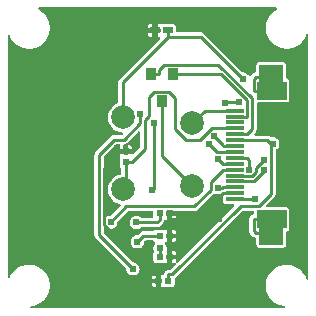
<source format=gbl>
G04 Layer: BottomLayer*
G04 EasyEDA v6.5.46, 2025-07-23 17:24:06*
G04 74a4e304ba1b453b8bde7bcb9ef7a0d0,7be8f16a26344db1bf46185b0a727cd7,10*
G04 Gerber Generator version 0.2*
G04 Scale: 100 percent, Rotated: No, Reflected: No *
G04 Dimensions in millimeters *
G04 leading zeros omitted , absolute positions ,4 integer and 5 decimal *
%FSLAX45Y45*%
%MOMM*%

%AMMACRO1*21,1,$1,$2,0,0,$3*%
%ADD10C,0.2540*%
%ADD11R,2.0000X2.0000*%
%ADD12MACRO1,1X0.8X-90.0000*%
%ADD13MACRO1,0.54X0.7901X-90.0000*%
%ADD14MACRO1,0.54X0.5656X-90.0000*%
%ADD15MACRO1,0.54X0.5656X90.0000*%
%ADD16R,0.5400X0.5657*%
%ADD17MACRO1,0.54X0.5656X0.0000*%
%ADD18MACRO1,0.35X1.5X-90.0000*%
%ADD19MACRO1,1.5X2.5X-90.0000*%
%ADD20C,2.0000*%
%ADD21C,0.6100*%
%ADD22C,0.0119*%

%LPD*%
G36*
X1222197Y5075174D02*
G01*
X1217879Y5076139D01*
X1214424Y5078831D01*
X1212392Y5082743D01*
X1212189Y5087162D01*
X1213916Y5091226D01*
X1217218Y5094173D01*
X1222603Y5095544D01*
X1240383Y5098796D01*
X1257808Y5103876D01*
X1274572Y5110683D01*
X1290523Y5119217D01*
X1305560Y5129326D01*
X1319479Y5140909D01*
X1332128Y5153863D01*
X1343355Y5168087D01*
X1353058Y5183378D01*
X1361186Y5199532D01*
X1367536Y5216499D01*
X1372158Y5234025D01*
X1374952Y5251907D01*
X1375867Y5269992D01*
X1374952Y5288076D01*
X1372158Y5305958D01*
X1367536Y5323484D01*
X1361186Y5340451D01*
X1353058Y5356606D01*
X1343355Y5371896D01*
X1332128Y5386120D01*
X1319479Y5399074D01*
X1305560Y5410657D01*
X1290523Y5420766D01*
X1274572Y5429300D01*
X1257808Y5436108D01*
X1240383Y5441188D01*
X1222603Y5444439D01*
X1204518Y5445810D01*
X1186434Y5445353D01*
X1168450Y5443016D01*
X1150823Y5438902D01*
X1133754Y5432907D01*
X1117346Y5425236D01*
X1101801Y5415940D01*
X1087323Y5405069D01*
X1074013Y5392775D01*
X1062075Y5379161D01*
X1051560Y5364378D01*
X1042669Y5348630D01*
X1037488Y5336844D01*
X1035253Y5333593D01*
X1031951Y5331460D01*
X1028090Y5330748D01*
X1024229Y5331561D01*
X1020978Y5333746D01*
X1018794Y5337048D01*
X1018032Y5340908D01*
X1018032Y7379055D01*
X1018794Y7382916D01*
X1020978Y7386218D01*
X1024229Y7388402D01*
X1028090Y7389215D01*
X1031951Y7388504D01*
X1035253Y7386370D01*
X1037488Y7383119D01*
X1042669Y7371334D01*
X1051560Y7355586D01*
X1062075Y7340803D01*
X1074013Y7327188D01*
X1087323Y7314895D01*
X1101801Y7304024D01*
X1117346Y7294727D01*
X1133754Y7287056D01*
X1150823Y7281062D01*
X1168450Y7276947D01*
X1186434Y7274610D01*
X1204518Y7274153D01*
X1222603Y7275525D01*
X1240383Y7278776D01*
X1257808Y7283856D01*
X1274572Y7290663D01*
X1290523Y7299198D01*
X1305560Y7309307D01*
X1319479Y7320889D01*
X1332128Y7333843D01*
X1343355Y7348067D01*
X1353058Y7363358D01*
X1361186Y7379512D01*
X1367536Y7396480D01*
X1372158Y7414006D01*
X1374952Y7431887D01*
X1375867Y7449972D01*
X1374952Y7468057D01*
X1372158Y7485938D01*
X1367536Y7503464D01*
X1361186Y7520431D01*
X1353058Y7536586D01*
X1343355Y7551877D01*
X1332128Y7566101D01*
X1319479Y7579055D01*
X1305560Y7590637D01*
X1290523Y7600746D01*
X1283665Y7604404D01*
X1280312Y7607350D01*
X1278483Y7611414D01*
X1278585Y7615834D01*
X1280617Y7619847D01*
X1284122Y7622590D01*
X1288440Y7623556D01*
X3291179Y7623556D01*
X3295446Y7622641D01*
X3298951Y7619949D01*
X3300984Y7616088D01*
X3301237Y7611770D01*
X3299612Y7607706D01*
X3296412Y7604709D01*
X3281832Y7595920D01*
X3267303Y7585049D01*
X3254044Y7572756D01*
X3242056Y7559141D01*
X3231591Y7544358D01*
X3222650Y7528610D01*
X3215436Y7511999D01*
X3209899Y7494778D01*
X3206191Y7477048D01*
X3204362Y7459014D01*
X3204362Y7440930D01*
X3206191Y7422896D01*
X3209899Y7405166D01*
X3215436Y7387945D01*
X3222650Y7371334D01*
X3231591Y7355586D01*
X3242056Y7340803D01*
X3254044Y7327188D01*
X3267303Y7314895D01*
X3281832Y7304024D01*
X3297326Y7294727D01*
X3313734Y7287056D01*
X3330854Y7281062D01*
X3348482Y7276947D01*
X3366414Y7274610D01*
X3384550Y7274153D01*
X3402584Y7275525D01*
X3420414Y7278776D01*
X3437788Y7283856D01*
X3454552Y7290663D01*
X3470554Y7299198D01*
X3485591Y7309307D01*
X3499459Y7320889D01*
X3512108Y7333843D01*
X3523386Y7348067D01*
X3533089Y7363358D01*
X3541166Y7379512D01*
X3546500Y7393635D01*
X3548634Y7397038D01*
X3551885Y7399324D01*
X3555796Y7400188D01*
X3559759Y7399477D01*
X3563112Y7397292D01*
X3565347Y7393990D01*
X3566160Y7390028D01*
X3566160Y5329936D01*
X3565347Y5325973D01*
X3563112Y5322671D01*
X3559759Y5320487D01*
X3555796Y5319776D01*
X3551885Y5320639D01*
X3548634Y5322925D01*
X3546500Y5326329D01*
X3541166Y5340451D01*
X3533089Y5356606D01*
X3523386Y5371896D01*
X3512108Y5386120D01*
X3499459Y5399074D01*
X3485591Y5410657D01*
X3470554Y5420766D01*
X3454552Y5429300D01*
X3437788Y5436108D01*
X3420414Y5441188D01*
X3402584Y5444439D01*
X3384550Y5445810D01*
X3366414Y5445353D01*
X3348482Y5443016D01*
X3330854Y5438902D01*
X3313734Y5432907D01*
X3297326Y5425236D01*
X3281832Y5415940D01*
X3267303Y5405069D01*
X3254044Y5392775D01*
X3242056Y5379161D01*
X3231591Y5364378D01*
X3222650Y5348630D01*
X3215436Y5332018D01*
X3209899Y5314797D01*
X3206191Y5297068D01*
X3204362Y5279034D01*
X3204362Y5260949D01*
X3206191Y5242915D01*
X3209899Y5225186D01*
X3215436Y5207965D01*
X3222650Y5191353D01*
X3231591Y5175605D01*
X3242056Y5160822D01*
X3254044Y5147208D01*
X3267303Y5134914D01*
X3281832Y5124043D01*
X3297326Y5114747D01*
X3313734Y5107076D01*
X3330854Y5101082D01*
X3348482Y5096967D01*
X3360369Y5095392D01*
X3364433Y5093970D01*
X3367532Y5090922D01*
X3369106Y5086858D01*
X3368801Y5082540D01*
X3366770Y5078730D01*
X3363264Y5076088D01*
X3359048Y5075174D01*
G37*

%LPC*%
G36*
X2265781Y5255666D02*
G01*
X2273046Y5255666D01*
X2273046Y5288737D01*
X2239314Y5288737D01*
X2239314Y5282184D01*
X2240026Y5275834D01*
X2241956Y5270398D01*
X2245055Y5265470D01*
X2249119Y5261406D01*
X2254046Y5258308D01*
X2259482Y5256428D01*
G37*
G36*
X2313990Y5255666D02*
G01*
X2321255Y5255666D01*
X2327554Y5256428D01*
X2333447Y5258460D01*
X2336800Y5259019D01*
X2340152Y5258460D01*
X2346045Y5256428D01*
X2352344Y5255666D01*
X2407818Y5255666D01*
X2414117Y5256428D01*
X2419553Y5258308D01*
X2424480Y5261406D01*
X2428544Y5265470D01*
X2431643Y5270398D01*
X2433574Y5275834D01*
X2434285Y5282184D01*
X2434285Y5325414D01*
X2435250Y5329732D01*
X2437993Y5333288D01*
X2442108Y5336641D01*
X3005582Y5900115D01*
X3008884Y5902299D01*
X3012744Y5903061D01*
X3092754Y5903061D01*
X3096615Y5902299D01*
X3099917Y5900115D01*
X3102102Y5896813D01*
X3102914Y5892901D01*
X3102914Y5878372D01*
X3102203Y5874715D01*
X3100273Y5871565D01*
X3097276Y5869330D01*
X3086049Y5866028D01*
X3079343Y5862472D01*
X3073501Y5857697D01*
X3068726Y5851855D01*
X3065170Y5845149D01*
X3062986Y5837936D01*
X3062173Y5829909D01*
X3062173Y5732881D01*
X3062986Y5724855D01*
X3065170Y5717590D01*
X3068726Y5710936D01*
X3073857Y5704738D01*
X3090519Y5688025D01*
X3096717Y5682945D01*
X3103422Y5679389D01*
X3110636Y5677154D01*
X3116122Y5676646D01*
X3119678Y5675579D01*
X3122676Y5673344D01*
X3124606Y5670194D01*
X3125266Y5666536D01*
X3125266Y5615584D01*
X3126028Y5609234D01*
X3127908Y5603798D01*
X3131007Y5598871D01*
X3135071Y5594807D01*
X3139998Y5591708D01*
X3145434Y5589828D01*
X3151784Y5589066D01*
X3350615Y5589066D01*
X3356965Y5589828D01*
X3362401Y5591708D01*
X3367328Y5594807D01*
X3371392Y5598871D01*
X3374491Y5603798D01*
X3376371Y5609234D01*
X3377133Y5615584D01*
X3377133Y5720384D01*
X3377946Y5724448D01*
X3380333Y5727852D01*
X3383889Y5729986D01*
X3390036Y5732119D01*
X3394913Y5735218D01*
X3399028Y5739282D01*
X3402076Y5744210D01*
X3404006Y5749645D01*
X3404717Y5755995D01*
X3404717Y5904839D01*
X3404006Y5911138D01*
X3402076Y5916625D01*
X3399028Y5921502D01*
X3394913Y5925616D01*
X3390036Y5928715D01*
X3384550Y5930595D01*
X3378250Y5931306D01*
X3214319Y5931306D01*
X3210407Y5932068D01*
X3207156Y5934303D01*
X3204921Y5937605D01*
X3204159Y5941466D01*
X3204921Y5945378D01*
X3207156Y5948680D01*
X3275888Y6017412D01*
X3281019Y6023660D01*
X3284575Y6030315D01*
X3286760Y6037529D01*
X3287572Y6045555D01*
X3287572Y6413195D01*
X3288080Y6416395D01*
X3289554Y6419240D01*
X3291890Y6421526D01*
X3300120Y6427266D01*
X3307079Y6434226D01*
X3312718Y6442303D01*
X3316884Y6451193D01*
X3319424Y6460693D01*
X3320287Y6470446D01*
X3319424Y6480251D01*
X3316884Y6489750D01*
X3312718Y6498640D01*
X3307079Y6506718D01*
X3300120Y6513626D01*
X3292094Y6519265D01*
X3283204Y6523431D01*
X3273704Y6525971D01*
X3263900Y6526834D01*
X3253232Y6525920D01*
X3249422Y6526276D01*
X3246069Y6528054D01*
X3240532Y6532422D01*
X3233775Y6536029D01*
X3226562Y6538214D01*
X3218535Y6538976D01*
X3114700Y6538976D01*
X3110839Y6539788D01*
X3107537Y6541973D01*
X3105302Y6545275D01*
X3104540Y6549135D01*
X3105302Y6553047D01*
X3107537Y6556349D01*
X3114852Y6563664D01*
X3119932Y6569862D01*
X3123488Y6576517D01*
X3125724Y6583781D01*
X3126486Y6591808D01*
X3126486Y6809333D01*
X3127248Y6813245D01*
X3129483Y6816496D01*
X3132785Y6818731D01*
X3136646Y6819493D01*
X3378200Y6819493D01*
X3384550Y6820204D01*
X3389985Y6822135D01*
X3394913Y6825183D01*
X3398977Y6829298D01*
X3402076Y6834174D01*
X3404006Y6839661D01*
X3404717Y6845960D01*
X3404717Y6994855D01*
X3404006Y7001154D01*
X3402076Y7006640D01*
X3398977Y7011517D01*
X3394913Y7015632D01*
X3389985Y7018680D01*
X3383889Y7020814D01*
X3380333Y7022947D01*
X3377946Y7026351D01*
X3377133Y7030415D01*
X3377133Y7135215D01*
X3376371Y7141565D01*
X3374491Y7147001D01*
X3371392Y7151928D01*
X3367328Y7155992D01*
X3362401Y7159091D01*
X3356965Y7160971D01*
X3350615Y7161682D01*
X3151784Y7161682D01*
X3145434Y7160971D01*
X3139998Y7159091D01*
X3135071Y7155992D01*
X3131007Y7151928D01*
X3127908Y7147001D01*
X3126028Y7141565D01*
X3125266Y7135215D01*
X3125266Y7084263D01*
X3124606Y7080605D01*
X3122676Y7077456D01*
X3119678Y7075170D01*
X3116122Y7074153D01*
X3110636Y7073595D01*
X3103422Y7071410D01*
X3096717Y7067854D01*
X3090519Y7062724D01*
X3074365Y7046569D01*
X3070656Y7044232D01*
X3066288Y7043674D01*
X3062071Y7044994D01*
X3058820Y7047941D01*
X3054502Y7054189D01*
X3047542Y7061098D01*
X3039465Y7066737D01*
X3030575Y7070902D01*
X3021076Y7073442D01*
X3013049Y7074153D01*
X3009646Y7075068D01*
X3006750Y7077100D01*
X2682392Y7401407D01*
X2676194Y7406538D01*
X2669540Y7410094D01*
X2662275Y7412278D01*
X2654249Y7413091D01*
X2454198Y7413091D01*
X2450287Y7413853D01*
X2446985Y7416088D01*
X2444800Y7419340D01*
X2444038Y7423251D01*
X2444038Y7455916D01*
X2443327Y7462266D01*
X2441397Y7467701D01*
X2438298Y7472629D01*
X2434234Y7476693D01*
X2429306Y7479792D01*
X2423871Y7481671D01*
X2417521Y7482382D01*
X2339695Y7482382D01*
X2333345Y7481671D01*
X2327452Y7479639D01*
X2324100Y7479080D01*
X2320747Y7479639D01*
X2314854Y7481671D01*
X2308504Y7482382D01*
X2295702Y7482382D01*
X2295702Y7449362D01*
X2303018Y7449362D01*
X2306929Y7448600D01*
X2310231Y7446365D01*
X2312416Y7443063D01*
X2313178Y7439202D01*
X2313178Y7419797D01*
X2312416Y7415936D01*
X2310231Y7412634D01*
X2306929Y7410399D01*
X2303018Y7409637D01*
X2295702Y7409637D01*
X2295702Y7376566D01*
X2301595Y7376566D01*
X2305456Y7375804D01*
X2308758Y7373620D01*
X2310993Y7370318D01*
X2311755Y7366406D01*
X2310993Y7362545D01*
X2308758Y7359243D01*
X1966975Y7017410D01*
X1961845Y7011212D01*
X1958289Y7004507D01*
X1956104Y6997293D01*
X1955292Y6989267D01*
X1955292Y6819900D01*
X1954580Y6816090D01*
X1952447Y6812838D01*
X1949297Y6810603D01*
X1935378Y6804355D01*
X1922373Y6796481D01*
X1910435Y6787134D01*
X1899666Y6776364D01*
X1890318Y6764426D01*
X1882444Y6751421D01*
X1876196Y6737553D01*
X1871675Y6723024D01*
X1868932Y6708089D01*
X1868017Y6692900D01*
X1868932Y6677710D01*
X1871675Y6662775D01*
X1876196Y6648246D01*
X1882444Y6634378D01*
X1890318Y6621373D01*
X1899666Y6609435D01*
X1910435Y6598666D01*
X1922373Y6589318D01*
X1935378Y6581444D01*
X1949246Y6575196D01*
X1963775Y6570675D01*
X1978710Y6567931D01*
X1985518Y6567525D01*
X1989226Y6566560D01*
X1992375Y6564274D01*
X1994407Y6560972D01*
X1995068Y6557162D01*
X1994255Y6553403D01*
X1992071Y6550202D01*
X1988159Y6546291D01*
X1984857Y6544056D01*
X1980946Y6543294D01*
X1918919Y6543294D01*
X1910892Y6542481D01*
X1903679Y6540296D01*
X1896973Y6536740D01*
X1890775Y6531609D01*
X1765300Y6406184D01*
X1760169Y6399936D01*
X1756613Y6393281D01*
X1754428Y6386068D01*
X1753666Y6378041D01*
X1753666Y5698083D01*
X1754428Y5690057D01*
X1756613Y5682843D01*
X1760169Y5676188D01*
X1765300Y5669940D01*
X2019909Y5415330D01*
X2021941Y5412435D01*
X2022856Y5409031D01*
X2023567Y5401005D01*
X2026107Y5391505D01*
X2030272Y5382615D01*
X2035911Y5374538D01*
X2042820Y5367578D01*
X2050897Y5361940D01*
X2059787Y5357825D01*
X2069287Y5355285D01*
X2079091Y5354421D01*
X2088845Y5355285D01*
X2098344Y5357825D01*
X2107234Y5361940D01*
X2115312Y5367578D01*
X2122271Y5374538D01*
X2127910Y5382615D01*
X2132025Y5391505D01*
X2134565Y5401005D01*
X2135428Y5410758D01*
X2134565Y5420563D01*
X2132025Y5430062D01*
X2127910Y5438952D01*
X2122271Y5447030D01*
X2115312Y5453938D01*
X2107234Y5459577D01*
X2098344Y5463743D01*
X2088845Y5466283D01*
X2080818Y5466994D01*
X2077415Y5467908D01*
X2074519Y5469940D01*
X1833829Y5710631D01*
X1831644Y5713933D01*
X1830882Y5717794D01*
X1830882Y5762752D01*
X1831644Y5766612D01*
X1833829Y5769914D01*
X1837131Y5772150D01*
X1841042Y5772912D01*
X1844903Y5772150D01*
X1848205Y5769914D01*
X1855571Y5762548D01*
X1863648Y5756910D01*
X1872538Y5752744D01*
X1882038Y5750204D01*
X1891842Y5749340D01*
X1901596Y5750204D01*
X1911096Y5752744D01*
X1919986Y5756910D01*
X1928063Y5762548D01*
X1935022Y5769508D01*
X1940661Y5777534D01*
X1944776Y5786424D01*
X1947316Y5795924D01*
X1948027Y5804001D01*
X1948942Y5807405D01*
X1950974Y5810300D01*
X2038248Y5897575D01*
X2041550Y5899759D01*
X2045462Y5900521D01*
X2241854Y5900521D01*
X2245766Y5899759D01*
X2249068Y5897575D01*
X2251252Y5894273D01*
X2252014Y5890361D01*
X2252014Y5853633D01*
X2251557Y5849467D01*
X2249424Y5845860D01*
X2246020Y5843422D01*
X2241905Y5842508D01*
X2154123Y5842508D01*
X2150211Y5843320D01*
X2146909Y5845505D01*
X2145334Y5847080D01*
X2137257Y5852718D01*
X2128367Y5856884D01*
X2118868Y5859424D01*
X2109114Y5860288D01*
X2099310Y5859424D01*
X2089810Y5856884D01*
X2080920Y5852718D01*
X2072843Y5847080D01*
X2065934Y5840171D01*
X2060295Y5832094D01*
X2056130Y5823204D01*
X2053589Y5813704D01*
X2052726Y5803900D01*
X2053589Y5794146D01*
X2056130Y5784646D01*
X2060295Y5775756D01*
X2065934Y5767679D01*
X2072843Y5760720D01*
X2080920Y5755081D01*
X2089810Y5750966D01*
X2099310Y5748426D01*
X2109114Y5747562D01*
X2118868Y5748426D01*
X2128367Y5750966D01*
X2137257Y5755081D01*
X2145334Y5760720D01*
X2146909Y5762345D01*
X2150211Y5764530D01*
X2154123Y5765292D01*
X2284577Y5765292D01*
X2292604Y5766104D01*
X2299817Y5768289D01*
X2306472Y5771845D01*
X2312720Y5776976D01*
X2333193Y5797448D01*
X2338273Y5803646D01*
X2341829Y5810300D01*
X2344064Y5817565D01*
X2344267Y5819648D01*
X2345232Y5823204D01*
X2347417Y5826099D01*
X2350516Y5828080D01*
X2354122Y5828842D01*
X2358745Y5827928D01*
X2365044Y5827166D01*
X2372309Y5827166D01*
X2372309Y5860237D01*
X2370582Y5860237D01*
X2366670Y5860999D01*
X2363368Y5863234D01*
X2361184Y5866536D01*
X2360422Y5870397D01*
X2360422Y5889802D01*
X2361184Y5893663D01*
X2363368Y5896965D01*
X2366670Y5899200D01*
X2370582Y5899962D01*
X2379014Y5899962D01*
X2382469Y5900521D01*
X2403094Y5900521D01*
X2406548Y5899962D01*
X2453690Y5899962D01*
X2457145Y5900521D01*
X2600096Y5900521D01*
X2608122Y5901334D01*
X2615336Y5903518D01*
X2621991Y5907074D01*
X2628239Y5912205D01*
X2761335Y6045352D01*
X2764790Y6047587D01*
X2768854Y6048298D01*
X2772816Y6047333D01*
X2779826Y6044082D01*
X2789326Y6041542D01*
X2799130Y6040678D01*
X2808884Y6041542D01*
X2818333Y6044082D01*
X2828391Y6048806D01*
X2831795Y6049670D01*
X2834081Y6052870D01*
X2837942Y6056477D01*
X2840685Y6058306D01*
X2845003Y6059220D01*
X2849422Y6060592D01*
X2853791Y6060948D01*
X2858617Y6058966D01*
X2861513Y6056122D01*
X2863088Y6052413D01*
X2863088Y6048349D01*
X2861513Y6044590D01*
X2858566Y6041796D01*
X2849422Y6036005D01*
X2845663Y6035294D01*
X2842869Y6035294D01*
X2842869Y6033465D01*
X2843682Y6026556D01*
X2843682Y6024270D01*
X2842869Y6017310D01*
X2842869Y5983478D01*
X2843580Y5977128D01*
X2845511Y5971692D01*
X2848610Y5966815D01*
X2852674Y5962700D01*
X2857601Y5959602D01*
X2863037Y5957722D01*
X2869387Y5957011D01*
X2928721Y5957011D01*
X2932633Y5956198D01*
X2935935Y5954014D01*
X2938119Y5950712D01*
X2938881Y5946851D01*
X2938119Y5942939D01*
X2935935Y5939637D01*
X2462123Y5465826D01*
X2458872Y5463641D01*
X2455062Y5462879D01*
X2451252Y5463540D01*
X2447950Y5465622D01*
X2445715Y5468772D01*
X2444750Y5472531D01*
X2445308Y5476392D01*
X2446274Y5479034D01*
X2446985Y5485384D01*
X2446985Y5491937D01*
X2413254Y5491937D01*
X2413254Y5458866D01*
X2420518Y5458866D01*
X2426817Y5459628D01*
X2429510Y5460542D01*
X2433320Y5461101D01*
X2437079Y5460187D01*
X2440228Y5457901D01*
X2442311Y5454599D01*
X2443022Y5450789D01*
X2442210Y5446979D01*
X2440025Y5443778D01*
X2401468Y5405221D01*
X2398166Y5402986D01*
X2394254Y5402224D01*
X2380589Y5402224D01*
X2372563Y5401411D01*
X2365349Y5399227D01*
X2358644Y5395671D01*
X2352802Y5390896D01*
X2348026Y5385054D01*
X2344470Y5378348D01*
X2342286Y5371134D01*
X2342083Y5369001D01*
X2341067Y5365496D01*
X2338882Y5362600D01*
X2335784Y5360619D01*
X2332228Y5359857D01*
X2327554Y5360771D01*
X2321255Y5361482D01*
X2313990Y5361482D01*
X2313990Y5328462D01*
X2315718Y5328462D01*
X2319629Y5327700D01*
X2322931Y5325465D01*
X2325116Y5322163D01*
X2325878Y5318302D01*
X2325878Y5298897D01*
X2325116Y5295036D01*
X2322931Y5291734D01*
X2319629Y5289499D01*
X2315718Y5288737D01*
X2313990Y5288737D01*
G37*
G36*
X2239314Y5328462D02*
G01*
X2273046Y5328462D01*
X2273046Y5361482D01*
X2265781Y5361482D01*
X2259482Y5360771D01*
X2254046Y5358892D01*
X2249119Y5355793D01*
X2245055Y5351729D01*
X2241956Y5346801D01*
X2240026Y5341366D01*
X2239314Y5335016D01*
G37*
G36*
X2278481Y5458866D02*
G01*
X2333955Y5458866D01*
X2340254Y5459628D01*
X2346147Y5461660D01*
X2349500Y5462219D01*
X2352852Y5461660D01*
X2358745Y5459628D01*
X2365044Y5458866D01*
X2372309Y5458866D01*
X2372309Y5491937D01*
X2370582Y5491937D01*
X2366670Y5492699D01*
X2363368Y5494934D01*
X2361184Y5498236D01*
X2360422Y5502097D01*
X2360422Y5521502D01*
X2361184Y5525363D01*
X2363368Y5528665D01*
X2366670Y5530900D01*
X2370582Y5531662D01*
X2372309Y5531662D01*
X2372309Y5564886D01*
X2368804Y5566206D01*
X2366060Y5568696D01*
X2364384Y5572048D01*
X2363978Y5575757D01*
X2364841Y5585155D01*
X2363978Y5594959D01*
X2361438Y5604459D01*
X2357272Y5613349D01*
X2351786Y5621223D01*
X2350211Y5624728D01*
X2350058Y5628589D01*
X2351379Y5632196D01*
X2353919Y5635091D01*
X2357374Y5636818D01*
X2361234Y5637123D01*
X2365044Y5636666D01*
X2372309Y5636666D01*
X2372309Y5669737D01*
X2370582Y5669737D01*
X2366670Y5670499D01*
X2363368Y5672734D01*
X2361184Y5676036D01*
X2360422Y5679897D01*
X2360422Y5699302D01*
X2361184Y5703163D01*
X2363368Y5706465D01*
X2366670Y5708700D01*
X2370582Y5709462D01*
X2372309Y5709462D01*
X2372309Y5742482D01*
X2365044Y5742482D01*
X2358745Y5741771D01*
X2352852Y5739739D01*
X2349500Y5739180D01*
X2346147Y5739739D01*
X2340254Y5741771D01*
X2333955Y5742482D01*
X2278481Y5742482D01*
X2272182Y5741771D01*
X2266746Y5739892D01*
X2261819Y5736793D01*
X2255469Y5730290D01*
X2252522Y5728766D01*
X2249271Y5728208D01*
X2167432Y5728208D01*
X2159406Y5727395D01*
X2152192Y5725210D01*
X2145538Y5721654D01*
X2139289Y5716524D01*
X2121966Y5699201D01*
X2119071Y5697220D01*
X2115667Y5696305D01*
X2107641Y5695594D01*
X2098141Y5693054D01*
X2089251Y5688888D01*
X2081174Y5683250D01*
X2074265Y5676290D01*
X2068626Y5668264D01*
X2064461Y5659323D01*
X2061921Y5649874D01*
X2061057Y5640070D01*
X2061921Y5630265D01*
X2064461Y5620766D01*
X2068626Y5611876D01*
X2074265Y5603849D01*
X2081174Y5596890D01*
X2089251Y5591251D01*
X2098141Y5587085D01*
X2107641Y5584545D01*
X2117445Y5583682D01*
X2127199Y5584545D01*
X2136698Y5587085D01*
X2145588Y5591251D01*
X2153666Y5596890D01*
X2160625Y5603849D01*
X2166264Y5611876D01*
X2170379Y5620766D01*
X2172919Y5630265D01*
X2173630Y5638342D01*
X2174544Y5641746D01*
X2176576Y5644642D01*
X2179980Y5647994D01*
X2183282Y5650230D01*
X2187143Y5650992D01*
X2249271Y5650992D01*
X2252522Y5650433D01*
X2255469Y5648909D01*
X2261819Y5642406D01*
X2266035Y5639765D01*
X2268728Y5637276D01*
X2270353Y5634075D01*
X2270760Y5630468D01*
X2269896Y5626963D01*
X2267813Y5623966D01*
X2265273Y5621426D01*
X2259634Y5613349D01*
X2255469Y5604459D01*
X2252929Y5594959D01*
X2252065Y5585155D01*
X2252929Y5575401D01*
X2255469Y5565902D01*
X2257044Y5562549D01*
X2257958Y5559298D01*
X2257755Y5555945D01*
X2256434Y5552846D01*
X2254656Y5550001D01*
X2252726Y5544566D01*
X2252014Y5538216D01*
X2252014Y5485384D01*
X2252726Y5479034D01*
X2254656Y5473598D01*
X2257755Y5468670D01*
X2261819Y5464606D01*
X2266746Y5461508D01*
X2272182Y5459628D01*
G37*
G36*
X2413254Y5531662D02*
G01*
X2446985Y5531662D01*
X2446985Y5538216D01*
X2446274Y5544566D01*
X2444343Y5550001D01*
X2441244Y5554929D01*
X2437180Y5558993D01*
X2432253Y5562092D01*
X2426817Y5563971D01*
X2420518Y5564682D01*
X2413254Y5564682D01*
G37*
G36*
X2413254Y5636666D02*
G01*
X2420518Y5636666D01*
X2426817Y5637428D01*
X2432253Y5639308D01*
X2437180Y5642406D01*
X2441244Y5646470D01*
X2444343Y5651398D01*
X2446274Y5656834D01*
X2446985Y5663184D01*
X2446985Y5669737D01*
X2413254Y5669737D01*
G37*
G36*
X2413254Y5709462D02*
G01*
X2446985Y5709462D01*
X2446985Y5716016D01*
X2446274Y5722366D01*
X2444343Y5727801D01*
X2441244Y5732729D01*
X2437180Y5736793D01*
X2432253Y5739892D01*
X2426817Y5741771D01*
X2420518Y5742482D01*
X2413254Y5742482D01*
G37*
G36*
X2413254Y5827166D02*
G01*
X2420518Y5827166D01*
X2426817Y5827928D01*
X2432253Y5829808D01*
X2437180Y5832906D01*
X2441244Y5836970D01*
X2444343Y5841898D01*
X2446274Y5847334D01*
X2446985Y5853684D01*
X2446985Y5860237D01*
X2413254Y5860237D01*
G37*
G36*
X2230678Y7376566D02*
G01*
X2243480Y7376566D01*
X2243480Y7409637D01*
X2204161Y7409637D01*
X2204161Y7403084D01*
X2204872Y7396734D01*
X2206802Y7391298D01*
X2209901Y7386370D01*
X2213965Y7382306D01*
X2218893Y7379208D01*
X2224328Y7377328D01*
G37*
G36*
X2204161Y7449362D02*
G01*
X2243480Y7449362D01*
X2243480Y7482382D01*
X2230678Y7482382D01*
X2224328Y7481671D01*
X2218893Y7479792D01*
X2213965Y7476693D01*
X2209901Y7472629D01*
X2206802Y7467701D01*
X2204872Y7462266D01*
X2204161Y7455916D01*
G37*

%LPD*%
G36*
X1841042Y5838545D02*
G01*
X1837131Y5839307D01*
X1833829Y5841542D01*
X1831644Y5844844D01*
X1830882Y5848705D01*
X1830882Y6358331D01*
X1831644Y6362192D01*
X1833829Y6365494D01*
X1931416Y6463080D01*
X1934718Y6465316D01*
X1938629Y6466078D01*
X1963572Y6466078D01*
X1967788Y6465163D01*
X1971243Y6462623D01*
X1973325Y6458813D01*
X1973630Y6454546D01*
X1972157Y6450533D01*
X1969007Y6445453D01*
X1967128Y6440017D01*
X1966417Y6433718D01*
X1966417Y6426454D01*
X1999437Y6426454D01*
X1999437Y6456730D01*
X2000148Y6460388D01*
X2002078Y6463588D01*
X2005025Y6465824D01*
X2015947Y6469075D01*
X2025904Y6474409D01*
X2026564Y6474510D01*
X2028596Y6477508D01*
X2122932Y6571843D01*
X2126234Y6574028D01*
X2130094Y6574790D01*
X2134006Y6574028D01*
X2137257Y6571843D01*
X2139492Y6568541D01*
X2140254Y6564630D01*
X2140254Y6444183D01*
X2139492Y6440271D01*
X2137257Y6436969D01*
X2088743Y6388455D01*
X2085492Y6386271D01*
X2081580Y6385509D01*
X2039162Y6385509D01*
X2039162Y6383782D01*
X2038400Y6379870D01*
X2036165Y6376568D01*
X2032863Y6374384D01*
X2029002Y6373622D01*
X2009597Y6373622D01*
X2005736Y6374384D01*
X2002434Y6376568D01*
X2000199Y6379870D01*
X1999437Y6383782D01*
X1999437Y6385509D01*
X1966417Y6385509D01*
X1966417Y6378244D01*
X1967128Y6371945D01*
X1969160Y6366052D01*
X1969719Y6362700D01*
X1969160Y6359347D01*
X1967128Y6353454D01*
X1966417Y6347155D01*
X1966417Y6291681D01*
X1967128Y6285382D01*
X1969007Y6279946D01*
X1972106Y6275019D01*
X1978609Y6268669D01*
X1980133Y6265722D01*
X1980692Y6262471D01*
X1980692Y6217107D01*
X1980082Y6213652D01*
X1978355Y6210604D01*
X1975662Y6208318D01*
X1972360Y6207099D01*
X1963775Y6205524D01*
X1949246Y6201003D01*
X1935378Y6194755D01*
X1922373Y6186881D01*
X1910435Y6177534D01*
X1899666Y6166764D01*
X1890318Y6154826D01*
X1882444Y6141821D01*
X1876196Y6127953D01*
X1871675Y6113424D01*
X1868932Y6098489D01*
X1868017Y6083300D01*
X1868932Y6068110D01*
X1871675Y6053175D01*
X1876196Y6038646D01*
X1882444Y6024778D01*
X1890318Y6011773D01*
X1899666Y5999835D01*
X1910435Y5989066D01*
X1922373Y5979718D01*
X1935378Y5971844D01*
X1949246Y5965596D01*
X1963775Y5961075D01*
X1969058Y5960110D01*
X1973122Y5958382D01*
X1976069Y5955131D01*
X1977339Y5950966D01*
X1976780Y5946597D01*
X1974392Y5942939D01*
X1896364Y5864860D01*
X1893468Y5862878D01*
X1890064Y5861964D01*
X1882038Y5861253D01*
X1872538Y5858713D01*
X1863648Y5854547D01*
X1855571Y5848908D01*
X1848205Y5841542D01*
X1844903Y5839307D01*
G37*

%LPC*%
G36*
X2039162Y6426454D02*
G01*
X2072182Y6426454D01*
X2072182Y6433718D01*
X2071471Y6440017D01*
X2069592Y6445453D01*
X2066493Y6450380D01*
X2062429Y6454444D01*
X2057501Y6457543D01*
X2052066Y6459474D01*
X2045716Y6460185D01*
X2039162Y6460185D01*
G37*

%LPD*%
D10*
X2943786Y6750403D02*
G01*
X2686408Y6750403D01*
X2578102Y6642097D01*
X2578102Y6108697D02*
G01*
X2324102Y6362697D01*
X2324102Y6831886D01*
X3011299Y7017941D02*
G01*
X2654759Y7374481D01*
X2378610Y7374481D01*
X2378610Y7429497D02*
G01*
X2378610Y7374481D01*
X2378610Y7374481D02*
G01*
X1993902Y6989772D01*
X1993902Y6692897D01*
X2943786Y6000391D02*
G01*
X3111781Y6000391D01*
X2269594Y7429497D02*
G01*
X2269594Y7542375D01*
X2260246Y7551722D01*
X1974395Y6405979D02*
G01*
X1944093Y6436281D01*
X2392784Y5836815D02*
G01*
X2392784Y5689597D01*
X2392784Y5880097D02*
G01*
X2392784Y5836815D01*
X2392784Y5836815D02*
G01*
X2804695Y5836815D01*
X2804695Y5836815D02*
G01*
X2804695Y6014311D01*
X2840789Y6050404D01*
X2943786Y6050404D02*
G01*
X2840789Y6050404D01*
X2293520Y5363613D02*
G01*
X2250975Y5363613D01*
X1833145Y5781443D01*
X1833145Y6264729D01*
X1974395Y6405979D01*
X2019302Y6405979D02*
G01*
X1974395Y6405979D01*
X2293520Y5308597D02*
G01*
X2293520Y5363613D01*
X2392784Y5511797D02*
G01*
X2392784Y5456781D01*
X2392784Y5456781D02*
G01*
X2299616Y5363613D01*
X2293520Y5363613D01*
X2392784Y5689597D02*
G01*
X2392784Y5511797D01*
X2943786Y6350403D02*
G01*
X3046808Y6350403D01*
X3064766Y6251597D02*
G01*
X3064766Y6332446D01*
X3046808Y6350403D01*
X2306220Y5880097D02*
G01*
X2306220Y5825081D01*
X2109091Y5803922D02*
G01*
X2285062Y5803922D01*
X2306220Y5825081D01*
X2142365Y6719440D02*
G01*
X2137971Y6715046D01*
X2137971Y6641487D01*
X2001166Y6504683D01*
X1918413Y6504683D01*
X1792251Y6378521D01*
X1792251Y5697598D01*
X2079068Y5410781D01*
X2943786Y6400391D02*
G01*
X2792275Y6400391D01*
X2724152Y6468513D01*
X2117422Y5640067D02*
G01*
X2166952Y5689597D01*
X2306220Y5689597D01*
X2943786Y6450403D02*
G01*
X2840789Y6450403D01*
X2766773Y6537297D02*
G01*
X2840789Y6463281D01*
X2840789Y6450403D01*
X2308456Y5585178D02*
G01*
X2306220Y5582942D01*
X2306220Y5511797D01*
X2255624Y6643418D02*
G01*
X2255624Y6089164D01*
X2243457Y6076998D01*
X2380084Y5363613D02*
G01*
X2414475Y5363613D01*
X2992554Y5941692D01*
X3145563Y5941692D01*
X3248941Y6045070D01*
X3248941Y6470469D01*
X2380084Y5308597D02*
G01*
X2380084Y5363613D01*
X2943786Y6500390D02*
G01*
X3219020Y6500390D01*
X3248941Y6470469D01*
X3248941Y6470469D02*
G01*
X3263902Y6470469D01*
X2943786Y6600390D02*
G01*
X2746910Y6600390D01*
X2646580Y6500060D01*
X2530426Y6500060D01*
X2435735Y6594751D01*
X2435735Y6859165D01*
X2384833Y6910067D01*
X2259281Y6910067D01*
X2214196Y6864982D01*
X2214196Y6708289D01*
X2178865Y6672958D01*
X2178865Y6423962D01*
X2074318Y6319415D01*
X2019302Y6319415D02*
G01*
X2074318Y6319415D01*
X2019302Y6319415D02*
G01*
X2019302Y6108697D01*
X1993902Y6083297D01*
X2943786Y6100391D02*
G01*
X2840789Y6100391D01*
X2799107Y6097064D02*
G01*
X2837461Y6097064D01*
X2840789Y6100391D01*
X2943786Y6200391D02*
G01*
X3033016Y6200391D01*
X3040484Y6192923D01*
X3089074Y6192923D01*
X3123440Y6227290D01*
X3123440Y6263713D01*
X3188286Y6328559D01*
X2840789Y6250404D02*
G01*
X2740433Y6150048D01*
X2740433Y6079004D01*
X2600581Y5939152D01*
X2025246Y5939152D01*
X1891819Y5805726D01*
X2943786Y6250404D02*
G01*
X2840789Y6250404D01*
X2840789Y6300391D02*
G01*
X2840789Y6302296D01*
X2801393Y6341691D01*
X2943786Y6300391D02*
G01*
X2840789Y6300391D01*
X2981429Y6819897D02*
G01*
X2868653Y6819897D01*
X2863395Y6814639D01*
X2943786Y6150404D02*
G01*
X3104339Y6150404D01*
X3189074Y6235138D01*
X3189074Y6245705D01*
X3251202Y5714997D02*
G01*
X3118157Y5714997D01*
X3100783Y5732371D01*
X3100783Y5830415D01*
X3253793Y5830415D02*
G01*
X3100783Y5830415D01*
X3253793Y6920405D02*
G01*
X3100783Y6920405D01*
X3251202Y7035797D02*
G01*
X3118157Y7035797D01*
X3100783Y7018423D01*
X3100783Y6920405D01*
X2943786Y6550403D02*
G01*
X3046986Y6550403D01*
X3087880Y6591297D01*
X3087880Y6854212D01*
X2802003Y7140089D01*
X2341323Y7140089D01*
X2297127Y7095893D01*
X2297127Y7061883D01*
X2229106Y7061883D02*
G01*
X2297127Y7061883D01*
X3046808Y6700390D02*
G01*
X3046986Y6700568D01*
X3046986Y6837321D01*
X2822399Y7061908D01*
X2419098Y7061908D01*
X2943786Y6700390D02*
G01*
X3046808Y6700390D01*
D11*
G01*
X3251200Y5715000D03*
G01*
X3251200Y7035800D03*
D12*
G01*
X2419101Y7061901D03*
G01*
X2324105Y6831898D03*
G01*
X2229098Y7061898D03*
D13*
G01*
X2378605Y7429500D03*
G01*
X2269594Y7429500D03*
D14*
G01*
X2392782Y5880100D03*
G01*
X2306217Y5880100D03*
G01*
X2392782Y5689600D03*
G01*
X2306217Y5689600D03*
G01*
X2392782Y5511800D03*
G01*
X2306217Y5511800D03*
D15*
G01*
X2293517Y5308600D03*
G01*
X2380082Y5308600D03*
D16*
G01*
X2019300Y6405981D03*
D17*
G01*
X2019300Y6319417D03*
D18*
G01*
X2943793Y6000404D03*
G01*
X2943795Y6050404D03*
G01*
X2943795Y6100404D03*
G01*
X2943795Y6150404D03*
G01*
X2943795Y6200404D03*
G01*
X2943795Y6250404D03*
G01*
X2943795Y6300403D03*
G01*
X2943795Y6350403D03*
G01*
X2943795Y6400403D03*
G01*
X2943795Y6450403D03*
G01*
X2943795Y6500403D03*
G01*
X2943795Y6550403D03*
G01*
X2943795Y6600403D03*
G01*
X2943795Y6650403D03*
G01*
X2943795Y6700403D03*
G01*
X2943795Y6750403D03*
D19*
G01*
X3253797Y5830406D03*
G01*
X3253792Y6920401D03*
D20*
G01*
X2578100Y6642100D03*
G01*
X2578100Y6108700D03*
G01*
X1993900Y6692900D03*
G01*
X1993900Y6083300D03*
D21*
G01*
X3011297Y7017943D03*
G01*
X3111779Y6000394D03*
G01*
X2260244Y7551724D03*
G01*
X2804693Y5836818D03*
G01*
X1944090Y6436283D03*
G01*
X3064763Y6251600D03*
G01*
X2109088Y5803925D03*
G01*
X2079066Y5410784D03*
G01*
X2142363Y6719443D03*
G01*
X2724150Y6468516D03*
G01*
X2117420Y5640070D03*
G01*
X2766771Y6537299D03*
G01*
X2308453Y5585180D03*
G01*
X2243454Y6077000D03*
G01*
X2255621Y6643420D03*
G01*
X3263900Y6470472D03*
G01*
X2799105Y6097066D03*
G01*
X3188284Y6328562D03*
G01*
X1891817Y5805728D03*
G01*
X2981426Y6819900D03*
G01*
X2863392Y6814642D03*
G01*
X2801391Y6341694D03*
G01*
X3189071Y6245707D03*
M02*

</source>
